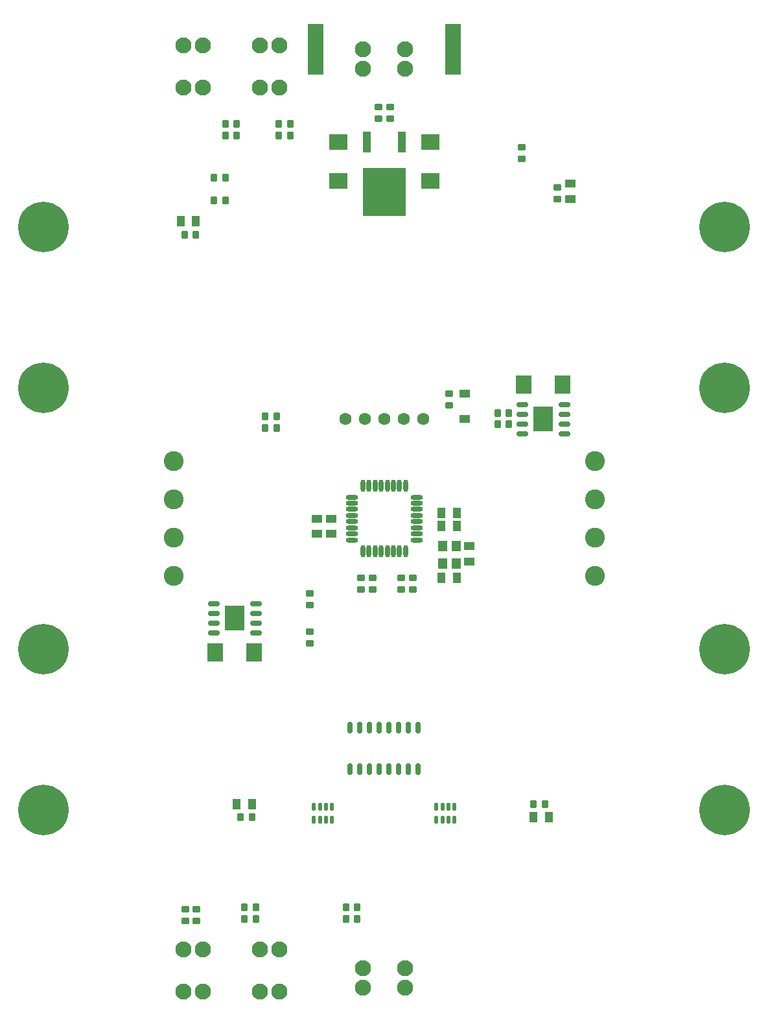
<source format=gbs>
G04*
G04 #@! TF.GenerationSoftware,Altium Limited,Altium Designer,20.2.7 (254)*
G04*
G04 Layer_Color=16711935*
%FSLAX42Y42*%
%MOMM*%
G71*
G04*
G04 #@! TF.SameCoordinates,A3C6821A-A7B5-4D3C-B142-2EE2455FBD40*
G04*
G04*
G04 #@! TF.FilePolarity,Negative*
G04*
G01*
G75*
%ADD13R,1.35X1.10*%
%ADD14R,1.10X1.35*%
%ADD15C,2.60*%
%ADD16C,2.10*%
%ADD17R,2.10X6.60*%
%ADD18C,0.10*%
%ADD19C,6.60*%
%ADD32C,0.60*%
%ADD53O,1.55X0.70*%
%ADD54R,2.50X3.20*%
%ADD55C,1.60*%
G04:AMPARAMS|DCode=56|XSize=0.8mm|YSize=1.1mm|CornerRadius=0.23mm|HoleSize=0mm|Usage=FLASHONLY|Rotation=0.000|XOffset=0mm|YOffset=0mm|HoleType=Round|Shape=RoundedRectangle|*
%AMROUNDEDRECTD56*
21,1,0.80,0.65,0,0,0.0*
21,1,0.35,1.10,0,0,0.0*
1,1,0.45,0.18,-0.33*
1,1,0.45,-0.18,-0.33*
1,1,0.45,-0.18,0.33*
1,1,0.45,0.18,0.33*
%
%ADD56ROUNDEDRECTD56*%
G04:AMPARAMS|DCode=57|XSize=0.8mm|YSize=1.1mm|CornerRadius=0.23mm|HoleSize=0mm|Usage=FLASHONLY|Rotation=270.000|XOffset=0mm|YOffset=0mm|HoleType=Round|Shape=RoundedRectangle|*
%AMROUNDEDRECTD57*
21,1,0.80,0.65,0,0,270.0*
21,1,0.35,1.10,0,0,270.0*
1,1,0.45,-0.33,-0.18*
1,1,0.45,-0.33,0.18*
1,1,0.45,0.33,0.18*
1,1,0.45,0.33,-0.18*
%
%ADD57ROUNDEDRECTD57*%
%ADD58R,2.13X2.38*%
%ADD59O,0.70X1.55*%
%ADD60R,1.32X1.01*%
%ADD61O,0.55X1.10*%
%ADD62R,2.38X2.13*%
%ADD63O,1.60X0.65*%
%ADD64O,0.65X1.60*%
%ADD65R,5.60X6.30*%
%ADD66R,1.10X2.70*%
%ADD67R,1.20X1.40*%
D13*
X2430Y4375D02*
D03*
Y4175D02*
D03*
X-690Y0D02*
D03*
Y-200D02*
D03*
X-880Y0D02*
D03*
X1110Y-560D02*
D03*
Y-360D02*
D03*
X-880Y-200D02*
D03*
D14*
X2150Y-3900D02*
D03*
X1950D02*
D03*
X-1925Y-3725D02*
D03*
X-1725D02*
D03*
X-2460Y3880D02*
D03*
X-2660D02*
D03*
X950Y-100D02*
D03*
X750D02*
D03*
X950Y75D02*
D03*
X750D02*
D03*
X950Y-775D02*
D03*
X750D02*
D03*
D15*
X-2750Y-750D02*
D03*
Y-250D02*
D03*
X-2750Y250D02*
D03*
Y750D02*
D03*
X2750D02*
D03*
Y250D02*
D03*
Y-250D02*
D03*
Y-750D02*
D03*
D16*
X275Y-5873D02*
D03*
X-275Y-6127D02*
D03*
X275D02*
D03*
X-1627Y-5625D02*
D03*
X-1373Y-6175D02*
D03*
Y-5625D02*
D03*
X-2627D02*
D03*
X-2373Y-6175D02*
D03*
Y-5625D02*
D03*
X-275Y5873D02*
D03*
X275Y6127D02*
D03*
X-275D02*
D03*
X-1373Y5625D02*
D03*
X-1627Y6175D02*
D03*
Y5625D02*
D03*
X-2373D02*
D03*
X-2627Y6175D02*
D03*
Y5625D02*
D03*
X-275Y-5873D02*
D03*
X-1627Y-6175D02*
D03*
X-2627D02*
D03*
X275Y5873D02*
D03*
X-1373Y6175D02*
D03*
X-2373D02*
D03*
D17*
X-900Y6125D02*
D03*
X900D02*
D03*
D18*
X465Y-6245D02*
D03*
X0Y-6160D02*
D03*
Y-5840D02*
D03*
X-1255Y-5435D02*
D03*
X-1340Y-5900D02*
D03*
X-1660D02*
D03*
X-2255Y-5435D02*
D03*
X-2340Y-5900D02*
D03*
X-2660D02*
D03*
X-465Y6245D02*
D03*
X0Y6160D02*
D03*
Y5840D02*
D03*
X-1745Y5435D02*
D03*
X-1660Y5900D02*
D03*
X-1340D02*
D03*
X-2745Y5435D02*
D03*
X-2660Y5900D02*
D03*
X-2340D02*
D03*
D19*
X4450Y3806D02*
D03*
Y1706D02*
D03*
Y-1706D02*
D03*
Y-3806D02*
D03*
X-4450D02*
D03*
Y-1706D02*
D03*
Y1706D02*
D03*
Y3806D02*
D03*
D32*
X2025Y1190D02*
D03*
X2135D02*
D03*
X2025Y1300D02*
D03*
X2135D02*
D03*
X2025Y1410D02*
D03*
X2135D02*
D03*
X-1895Y-1190D02*
D03*
X-2005D02*
D03*
X-1895Y-1300D02*
D03*
X-2005D02*
D03*
X-1895Y-1410D02*
D03*
X-2005D02*
D03*
D53*
X1808Y1110D02*
D03*
Y1236D02*
D03*
Y1364D02*
D03*
Y1490D02*
D03*
X2352Y1110D02*
D03*
Y1236D02*
D03*
Y1364D02*
D03*
Y1490D02*
D03*
X-1677Y-1110D02*
D03*
Y-1236D02*
D03*
Y-1364D02*
D03*
Y-1490D02*
D03*
X-2223Y-1110D02*
D03*
Y-1236D02*
D03*
Y-1364D02*
D03*
Y-1490D02*
D03*
D54*
X2080Y1300D02*
D03*
X-1950Y-1300D02*
D03*
D55*
X-508Y1300D02*
D03*
X-254D02*
D03*
X508D02*
D03*
X0D02*
D03*
X254D02*
D03*
D56*
X1480Y1380D02*
D03*
X1630D02*
D03*
X1480Y1230D02*
D03*
X1630D02*
D03*
X2100Y-3725D02*
D03*
X1950D02*
D03*
X-1875Y-3900D02*
D03*
X-1725D02*
D03*
X-2225Y4450D02*
D03*
Y4150D02*
D03*
X-2610Y3705D02*
D03*
X-2460D02*
D03*
X-500Y-5225D02*
D03*
X-1825D02*
D03*
X-350Y-5075D02*
D03*
X-500D02*
D03*
X-1675Y-5075D02*
D03*
X-1825D02*
D03*
X-1225Y5150D02*
D03*
X-1925D02*
D03*
X-1375Y5000D02*
D03*
X-1225D02*
D03*
X-2075D02*
D03*
X-1925D02*
D03*
X-350Y-5225D02*
D03*
X-1675D02*
D03*
X-1375Y5150D02*
D03*
X-2075D02*
D03*
Y4450D02*
D03*
Y4150D02*
D03*
X-1555Y1185D02*
D03*
X-1405Y1335D02*
D03*
X-1555D02*
D03*
X-1405Y1185D02*
D03*
D57*
X-975Y-975D02*
D03*
Y-1125D02*
D03*
Y-1625D02*
D03*
Y-1475D02*
D03*
X1800Y4850D02*
D03*
X2260Y4175D02*
D03*
Y4325D02*
D03*
X-2600Y-5100D02*
D03*
X-2450Y-5250D02*
D03*
Y-5100D02*
D03*
X75Y5225D02*
D03*
X-75Y5375D02*
D03*
Y5225D02*
D03*
X-2600Y-5250D02*
D03*
X75Y5375D02*
D03*
X1800Y4700D02*
D03*
X375Y-925D02*
D03*
X225D02*
D03*
X-150D02*
D03*
X-300D02*
D03*
X850Y1628D02*
D03*
Y1477D02*
D03*
X-300Y-775D02*
D03*
X375D02*
D03*
X-150D02*
D03*
X225D02*
D03*
D58*
X-2204Y-1750D02*
D03*
X-1696D02*
D03*
X2334Y1750D02*
D03*
X1826D02*
D03*
D59*
X-444Y-3272D02*
D03*
X-317Y-2728D02*
D03*
X-190D02*
D03*
X-63D02*
D03*
X64D02*
D03*
X191D02*
D03*
X445D02*
D03*
Y-3272D02*
D03*
X318D02*
D03*
X191D02*
D03*
X64D02*
D03*
X-63D02*
D03*
X-190D02*
D03*
X-317D02*
D03*
X318Y-2728D02*
D03*
X-444D02*
D03*
D60*
X1050Y1628D02*
D03*
Y1300D02*
D03*
D61*
X840Y-3765D02*
D03*
X760D02*
D03*
X680D02*
D03*
X-680D02*
D03*
X-760D02*
D03*
X-840D02*
D03*
X-920D02*
D03*
X920D02*
D03*
Y-3935D02*
D03*
X840D02*
D03*
X760D02*
D03*
X680D02*
D03*
X-680D02*
D03*
X-760D02*
D03*
X-840D02*
D03*
X-920D02*
D03*
D62*
X-600Y4407D02*
D03*
X600Y4915D02*
D03*
Y4407D02*
D03*
X-600Y4915D02*
D03*
D63*
X425Y280D02*
D03*
Y200D02*
D03*
Y120D02*
D03*
Y40D02*
D03*
Y-40D02*
D03*
Y-120D02*
D03*
X-425Y-200D02*
D03*
Y40D02*
D03*
Y120D02*
D03*
Y200D02*
D03*
Y280D02*
D03*
X425Y-200D02*
D03*
Y-280D02*
D03*
X-425D02*
D03*
Y-120D02*
D03*
Y-40D02*
D03*
D64*
X120Y-425D02*
D03*
X40D02*
D03*
X-40D02*
D03*
X-280D02*
D03*
X-200Y425D02*
D03*
X-120D02*
D03*
X-40D02*
D03*
X40D02*
D03*
X120D02*
D03*
X200D02*
D03*
X280D02*
D03*
Y-425D02*
D03*
X200D02*
D03*
X-120D02*
D03*
X-200D02*
D03*
X-280Y425D02*
D03*
D65*
X0Y4265D02*
D03*
D66*
X228Y4915D02*
D03*
X-228D02*
D03*
D67*
X940Y-590D02*
D03*
X760D02*
D03*
Y-360D02*
D03*
X940D02*
D03*
M02*

</source>
